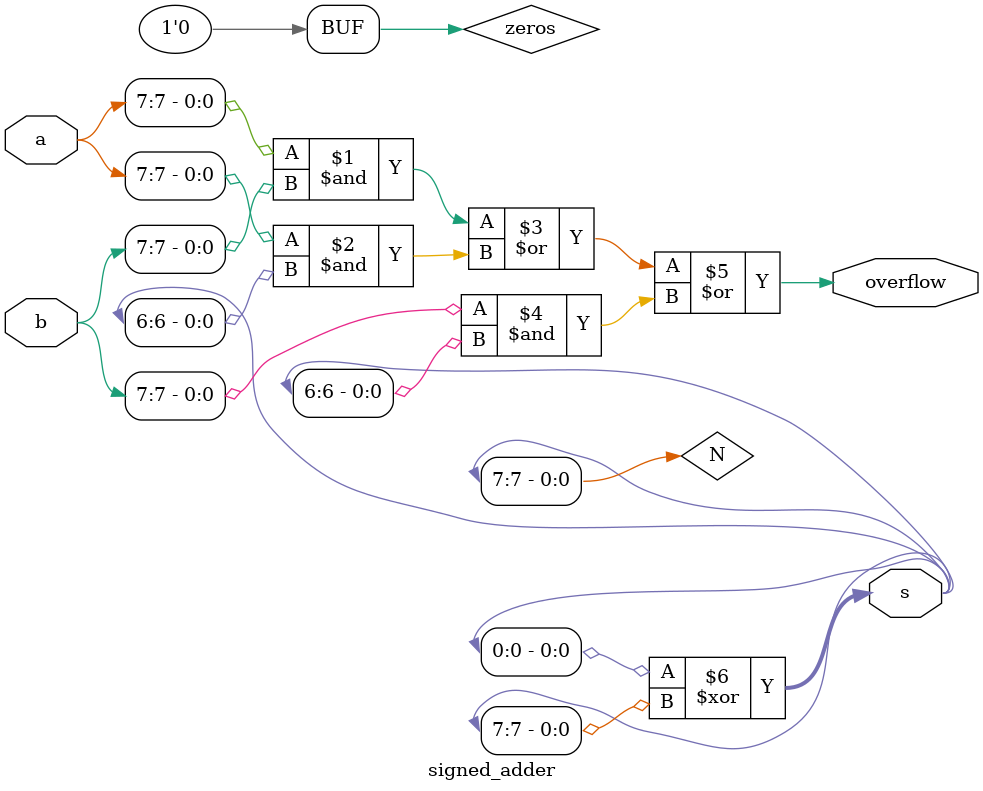
<source format=v>

module signed_adder(input [7:0] a,
    input [7:0] b,
    output [7:0] s,
    output overflow
); 

// The numbers a and b are added to the output s. 
// assign the occurence of the signed overflow of a and b to the output overflow.
// a signed overflow occurs if the most significant bits of a and b are low and the most significant bit of s is high
// a signed overflow may also occur if the most significant bits of a and b are high and the most significant bit of s is low


assign overflow = a[7]&b[7] | a[7]&s[6] | b[7]&s[6];

// N is the most significant bit of a and b. The most significant bit of the output (s) is the least significant bit.
assign N = s[7];

assign zeros = 9'd000; //this is 6 bits
//The output is the least significant bit of the output is the most significant.
assign s = s[0]^N; 
endmodule

</source>
